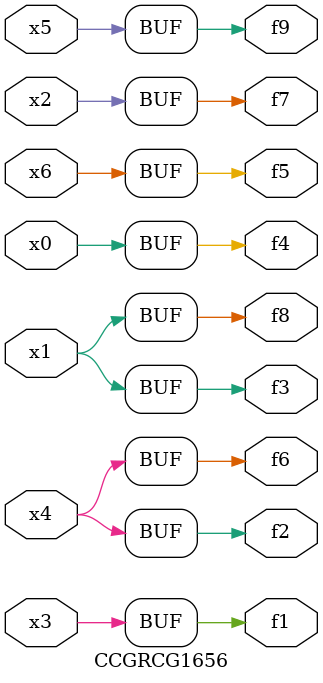
<source format=v>
module CCGRCG1656(
	input x0, x1, x2, x3, x4, x5, x6,
	output f1, f2, f3, f4, f5, f6, f7, f8, f9
);
	assign f1 = x3;
	assign f2 = x4;
	assign f3 = x1;
	assign f4 = x0;
	assign f5 = x6;
	assign f6 = x4;
	assign f7 = x2;
	assign f8 = x1;
	assign f9 = x5;
endmodule

</source>
